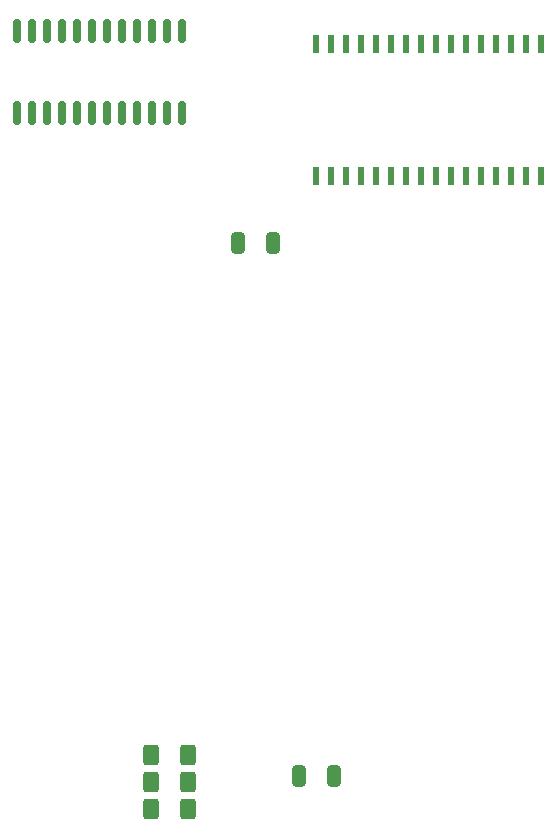
<source format=gbr>
%TF.GenerationSoftware,KiCad,Pcbnew,7.0.5-7.0.5~ubuntu20.04.1*%
%TF.CreationDate,2023-07-18T14:03:02+02:00*%
%TF.ProjectId,MOS MultiSerial_ram,4d4f5320-4d75-46c7-9469-53657269616c,rev?*%
%TF.SameCoordinates,Original*%
%TF.FileFunction,Paste,Bot*%
%TF.FilePolarity,Positive*%
%FSLAX46Y46*%
G04 Gerber Fmt 4.6, Leading zero omitted, Abs format (unit mm)*
G04 Created by KiCad (PCBNEW 7.0.5-7.0.5~ubuntu20.04.1) date 2023-07-18 14:03:02*
%MOMM*%
%LPD*%
G01*
G04 APERTURE LIST*
G04 Aperture macros list*
%AMRoundRect*
0 Rectangle with rounded corners*
0 $1 Rounding radius*
0 $2 $3 $4 $5 $6 $7 $8 $9 X,Y pos of 4 corners*
0 Add a 4 corners polygon primitive as box body*
4,1,4,$2,$3,$4,$5,$6,$7,$8,$9,$2,$3,0*
0 Add four circle primitives for the rounded corners*
1,1,$1+$1,$2,$3*
1,1,$1+$1,$4,$5*
1,1,$1+$1,$6,$7*
1,1,$1+$1,$8,$9*
0 Add four rect primitives between the rounded corners*
20,1,$1+$1,$2,$3,$4,$5,0*
20,1,$1+$1,$4,$5,$6,$7,0*
20,1,$1+$1,$6,$7,$8,$9,0*
20,1,$1+$1,$8,$9,$2,$3,0*%
G04 Aperture macros list end*
%ADD10RoundRect,0.250000X-0.325000X-0.650000X0.325000X-0.650000X0.325000X0.650000X-0.325000X0.650000X0*%
%ADD11R,0.600000X1.600000*%
%ADD12RoundRect,0.150000X0.150000X-0.837500X0.150000X0.837500X-0.150000X0.837500X-0.150000X-0.837500X0*%
%ADD13RoundRect,0.250000X-0.400000X-0.625000X0.400000X-0.625000X0.400000X0.625000X-0.400000X0.625000X0*%
G04 APERTURE END LIST*
D10*
%TO.C,C2*%
X167054000Y-78867000D03*
X170004000Y-78867000D03*
%TD*%
D11*
%TO.C,U5*%
X192746800Y-73166071D03*
X191476800Y-73166071D03*
X190206800Y-73166071D03*
X188936800Y-73166071D03*
X187666800Y-73166071D03*
X186396800Y-73166071D03*
X185126800Y-73166071D03*
X183846800Y-73166071D03*
X182596800Y-73166071D03*
X181316800Y-73166071D03*
X180046800Y-73166071D03*
X178776800Y-73166071D03*
X177506800Y-73166071D03*
X176236800Y-73166071D03*
X174966800Y-73166071D03*
X173696800Y-73166071D03*
X173696800Y-61966071D03*
X174966800Y-61966071D03*
X176236800Y-61966071D03*
X177506800Y-61966071D03*
X178776800Y-61966071D03*
X180046800Y-61966071D03*
X181316800Y-61966071D03*
X182596800Y-61966071D03*
X183846800Y-61966071D03*
X185126800Y-61966071D03*
X186396800Y-61966071D03*
X187666800Y-61966071D03*
X188936800Y-61966071D03*
X190206800Y-61966071D03*
X191476800Y-61966071D03*
X192746800Y-61966071D03*
%TD*%
D12*
%TO.C,U9*%
X162306000Y-67851500D03*
X161036000Y-67851500D03*
X159766000Y-67851500D03*
X158496000Y-67851500D03*
X157226000Y-67851500D03*
X155956000Y-67851500D03*
X154686000Y-67851500D03*
X153416000Y-67851500D03*
X152146000Y-67851500D03*
X150876000Y-67851500D03*
X149606000Y-67851500D03*
X148336000Y-67851500D03*
X148336000Y-60926500D03*
X149606000Y-60926500D03*
X150876000Y-60926500D03*
X152146000Y-60926500D03*
X153416000Y-60926500D03*
X154686000Y-60926500D03*
X155956000Y-60926500D03*
X157226000Y-60926500D03*
X158496000Y-60926500D03*
X159766000Y-60926500D03*
X161036000Y-60926500D03*
X162306000Y-60926500D03*
%TD*%
D13*
%TO.C,R2*%
X159714000Y-126746000D03*
X162814000Y-126746000D03*
%TD*%
%TO.C,R3*%
X159714000Y-124460000D03*
X162814000Y-124460000D03*
%TD*%
D10*
%TO.C,C3*%
X172261000Y-123952000D03*
X175211000Y-123952000D03*
%TD*%
D13*
%TO.C,R4*%
X159714000Y-122174000D03*
X162814000Y-122174000D03*
%TD*%
M02*

</source>
